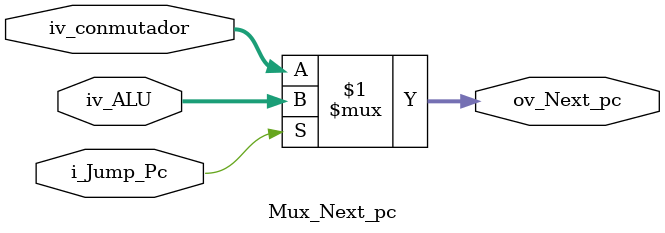
<source format=v>
module Mux_Next_pc(
	input [31:0] iv_conmutador,
	input [31:0] iv_ALU,
	input i_Jump_Pc,
	output [31:0] ov_Next_pc
);

assign ov_Next_pc = i_Jump_Pc? iv_ALU:iv_conmutador;

endmodule 
</source>
